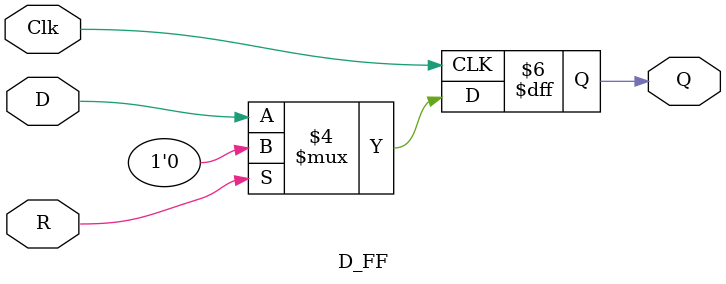
<source format=v>
`timescale 1ns / 1ps
module D_FF(input D,
    input Clk,
    input R,
    output reg Q);
    initial begin
        Q = 1'b0;
    end
    always @(posedge Clk)
    begin
        if(R)
            Q = 1'b0;
        else
            Q = D;
    end
endmodule
</source>
